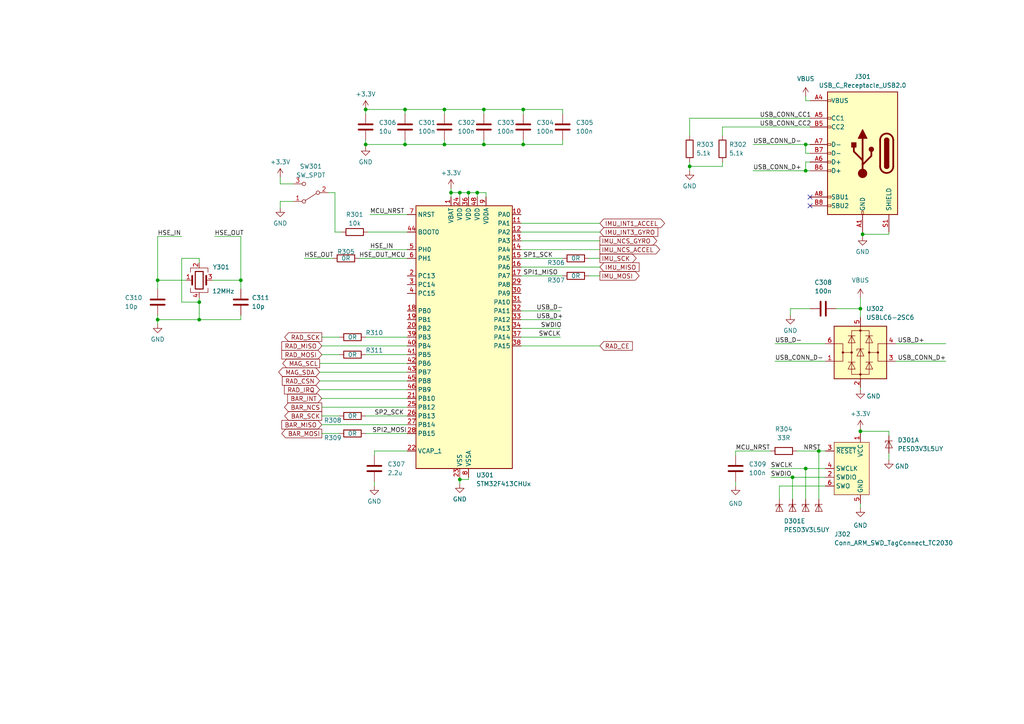
<source format=kicad_sch>
(kicad_sch (version 20230121) (generator eeschema)
  (paper "A4")
  (lib_symbols
    (symbol "Connector:Conn_ARM_SWD_TagConnect_TC2030" (in_bom no)
      (property "Reference" "J" (at 2.54 11.43 0))
      (property "Value" "Conn_ARM_SWD_TagConnect_TC2030" (at 5.08 8.89 0))
      (symbol "Conn_ARM_SWD_TagConnect_TC2030_0_0"
        (pin power_in line (at -2.54 10.16 270) (length 2.54) (name "VCC") (number "1"))
        (pin bidirectional line (at 7.62 -2.54 180) (length 2.54) (name "SWDIO") (number "2"))
        (pin open_collector line (at 7.62 5.08 180) (length 2.54) (name "~{RESET}") (number "3"))
        (pin output line (at 7.62 0 180) (length 2.54) (name "SWCLK") (number "4"))
        (pin power_in line (at -2.54 -10.16 90) (length 2.54) (name "GND") (number "5"))
        (pin input line (at 7.62 -5.08 180) (length 2.54) (name "SWO") (number "6"))
      )
      (symbol "Conn_ARM_SWD_TagConnect_TC2030_0_1"
        (rectangle (start -5.08 7.62) (end 5.08 -7.62) (fill (type background)))
      )
    )
    (symbol "Connector:USB_C_Receptacle_USB2.0" (pin_names (offset 1.016))
      (property "Reference" "J" (at -10.16 19.05 0))
      (property "Value" "USB_C_Receptacle_USB2.0" (at 19.05 19.05 0))
      (symbol "USB_C_Receptacle_USB2.0_0_0"
        (rectangle (start -0.254 -17.78) (end 0.254 -16.764))
        (rectangle (start 10.16 -14.986) (end 9.144 -15.494))
        (rectangle (start 10.16 -12.446) (end 9.144 -12.954))
        (rectangle (start 10.16 -4.826) (end 9.144 -5.334))
        (rectangle (start 10.16 -2.286) (end 9.144 -2.794))
        (rectangle (start 10.16 0.254) (end 9.144 -0.254))
        (rectangle (start 10.16 2.794) (end 9.144 2.286))
        (rectangle (start 10.16 7.874) (end 9.144 7.366))
        (rectangle (start 10.16 10.414) (end 9.144 9.906))
        (rectangle (start 10.16 15.494) (end 9.144 14.986))
      )
      (symbol "USB_C_Receptacle_USB2.0_0_1"
        (rectangle (start -10.16 17.78) (end 10.16 -17.78) (stroke (width 0.254)) (fill (type background)))
        (arc (start -8.89 -3.81) (mid -6.985 -5.7067) (end -5.08 -3.81) (stroke (width 0.508)))
        (arc (start -7.62 -3.81) (mid -6.985 -4.4423) (end -6.35 -3.81) (stroke (width 0.254)))
        (arc (start -7.62 -3.81) (mid -6.985 -4.4423) (end -6.35 -3.81) (stroke (width 0.254)) (fill (type outline)))
        (rectangle (start -7.62 -3.81) (end -6.35 3.81) (stroke (width 0.254)) (fill (type outline)))
        (arc (start -6.35 3.81) (mid -6.985 4.4423) (end -7.62 3.81) (stroke (width 0.254)))
        (arc (start -6.35 3.81) (mid -6.985 4.4423) (end -7.62 3.81) (stroke (width 0.254)) (fill (type outline)))
        (arc (start -5.08 3.81) (mid -6.985 5.7067) (end -8.89 3.81) (stroke (width 0.508)))
        (circle (center -2.54 1.143) (radius 0.635) (stroke (width 0.254)) (fill (type outline)))
        (circle (center 0 -5.842) (radius 1.27) (fill (type outline)))
        (polyline (pts (xy -8.89 -3.81) (xy -8.89 3.81)) (stroke (width 0.508)))
        (polyline (pts (xy -5.08 3.81) (xy -5.08 -3.81)) (stroke (width 0.508)))
        (polyline (pts (xy 0 -5.842) (xy 0 4.318)) (stroke (width 0.508)))
        (polyline (pts (xy 0 -3.302) (xy -2.54 -0.762) (xy -2.54 0.508)) (stroke (width 0.508)))
        (polyline (pts (xy 0 -2.032) (xy 2.54 0.508) (xy 2.54 1.778)) (stroke (width 0.508)))
        (polyline (pts (xy -1.27 4.318) (xy 0 6.858) (xy 1.27 4.318) (xy -1.27 4.318)) (stroke (width 0.254)) (fill (type outline)))
        (rectangle (start 1.905 1.778) (end 3.175 3.048) (stroke (width 0.254)) (fill (type outline)))
      )
      (symbol "USB_C_Receptacle_USB2.0_1_1"
        (pin passive line (at 0 -22.86 90) (length 5.08) (name "GND") (number "A1"))
        (pin passive line (at 0 -22.86 90) (length 5.08) hide (name "GND") (number "A12"))
        (pin passive line (at 15.24 15.24 180) (length 5.08) (name "VBUS") (number "A4"))
        (pin bidirectional line (at 15.24 10.16 180) (length 5.08) (name "CC1") (number "A5"))
        (pin bidirectional line (at 15.24 -2.54 180) (length 5.08) (name "D+") (number "A6"))
        (pin bidirectional line (at 15.24 2.54 180) (length 5.08) (name "D-") (number "A7"))
        (pin bidirectional line (at 15.24 -12.7 180) (length 5.08) (name "SBU1") (number "A8"))
        (pin passive line (at 15.24 15.24 180) (length 5.08) hide (name "VBUS") (number "A9"))
        (pin passive line (at 0 -22.86 90) (length 5.08) hide (name "GND") (number "B1"))
        (pin passive line (at 0 -22.86 90) (length 5.08) hide (name "GND") (number "B12"))
        (pin passive line (at 15.24 15.24 180) (length 5.08) hide (name "VBUS") (number "B4"))
        (pin bidirectional line (at 15.24 7.62 180) (length 5.08) (name "CC2") (number "B5"))
        (pin bidirectional line (at 15.24 -5.08 180) (length 5.08) (name "D+") (number "B6"))
        (pin bidirectional line (at 15.24 0 180) (length 5.08) (name "D-") (number "B7"))
        (pin bidirectional line (at 15.24 -15.24 180) (length 5.08) (name "SBU2") (number "B8"))
        (pin passive line (at 15.24 15.24 180) (length 5.08) hide (name "VBUS") (number "B9"))
        (pin passive line (at -7.62 -22.86 90) (length 5.08) (name "SHIELD") (number "S1"))
      )
    )
    (symbol "Device:C" (pin_numbers hide) (pin_names (offset 0.254))
      (property "Reference" "C" (at 0.635 2.54 0))
      (property "Value" "C" (at 0.635 -2.54 0))
      (symbol "C_0_1"
        (polyline (pts (xy -2.032 -0.762) (xy 2.032 -0.762)) (stroke (width 0.508)))
        (polyline (pts (xy -2.032 0.762) (xy 2.032 0.762)) (stroke (width 0.508)))
      )
      (symbol "C_1_1"
        (pin passive line (at 0 3.81 270) (length 2.794) (name "~") (number "1"))
        (pin passive line (at 0 -3.81 90) (length 2.794) (name "~") (number "2"))
      )
    )
    (symbol "Device:Crystal_GND24" (pin_names (offset 1.016) hide)
      (property "Reference" "Y" (at 3.175 5.08 0))
      (property "Value" "Crystal_GND24" (at 3.175 3.175 0))
      (symbol "Crystal_GND24_0_1"
        (rectangle (start -1.143 2.54) (end 1.143 -2.54) (stroke (width 0.3048)))
        (polyline (pts (xy -2.54 0) (xy -2.032 0)))
        (polyline (pts (xy -2.032 -1.27) (xy -2.032 1.27)) (stroke (width 0.508)))
        (polyline (pts (xy 0 -3.81) (xy 0 -3.556)))
        (polyline (pts (xy 0 3.556) (xy 0 3.81)))
        (polyline (pts (xy 2.032 -1.27) (xy 2.032 1.27)) (stroke (width 0.508)))
        (polyline (pts (xy 2.032 0) (xy 2.54 0)))
        (polyline (pts (xy -2.54 -2.286) (xy -2.54 -3.556) (xy 2.54 -3.556) (xy 2.54 -2.286)))
        (polyline (pts (xy -2.54 2.286) (xy -2.54 3.556) (xy 2.54 3.556) (xy 2.54 2.286)))
      )
      (symbol "Crystal_GND24_1_1"
        (pin passive line (at -3.81 0 0) (length 1.27) (name "1") (number "1"))
        (pin passive line (at 0 5.08 270) (length 1.27) (name "2") (number "2"))
        (pin passive line (at 3.81 0 180) (length 1.27) (name "3") (number "3"))
        (pin passive line (at 0 -5.08 90) (length 1.27) (name "4") (number "4"))
      )
    )
    (symbol "Device:R" (pin_numbers hide) (pin_names (offset 0))
      (property "Reference" "R" (at 2.032 0 90))
      (property "Value" "R" (at 0 0 90))
      (symbol "R_0_1"
        (rectangle (start -1.016 -2.54) (end 1.016 2.54) (stroke (width 0.254)))
      )
      (symbol "R_1_1"
        (pin passive line (at 0 3.81 270) (length 1.27) (name "~") (number "1"))
        (pin passive line (at 0 -3.81 90) (length 1.27) (name "~") (number "2"))
      )
    )
    (symbol "MCU_ST_STM32F4:STM32F413CHUx"
      (property "Reference" "U" (at -12.7 39.37 0))
      (property "Value" "STM32F413CHUx" (at 10.16 39.37 0))
      (symbol "STM32F413CHUx_0_1"
        (rectangle (start -12.7 -38.1) (end 15.24 38.1) (stroke (width 0.254)) (fill (type background)))
      )
      (symbol "STM32F413CHUx_1_1"
        (pin power_in line (at -2.54 40.64 270) (length 2.54) (name "VBAT") (number "1"))
        (pin bidirectional line (at 17.78 35.56 180) (length 2.54) (name "PA0") (number "10"))
        (pin bidirectional line (at 17.78 33.02 180) (length 2.54) (name "PA1") (number "11"))
        (pin bidirectional line (at 17.78 30.48 180) (length 2.54) (name "PA2") (number "12"))
        (pin bidirectional line (at 17.78 27.94 180) (length 2.54) (name "PA3") (number "13"))
        (pin bidirectional line (at 17.78 25.4 180) (length 2.54) (name "PA4") (number "14"))
        (pin bidirectional line (at 17.78 22.86 180) (length 2.54) (name "PA5") (number "15"))
        (pin bidirectional line (at 17.78 20.32 180) (length 2.54) (name "PA6") (number "16"))
        (pin bidirectional line (at 17.78 17.78 180) (length 2.54) (name "PA7") (number "17"))
        (pin bidirectional line (at -15.24 7.62 0) (length 2.54) (name "PB0") (number "18"))
        (pin bidirectional line (at -15.24 5.08 0) (length 2.54) (name "PB1") (number "19"))
        (pin bidirectional line (at -15.24 17.78 0) (length 2.54) (name "PC13") (number "2"))
        (pin bidirectional line (at -15.24 2.54 0) (length 2.54) (name "PB2") (number "20"))
        (pin bidirectional line (at -15.24 -17.78 0) (length 2.54) (name "PB10") (number "21"))
        (pin power_out line (at -15.24 -33.02 0) (length 2.54) (name "VCAP_1") (number "22"))
        (pin power_in line (at 0 -40.64 90) (length 2.54) (name "VSS") (number "23"))
        (pin power_in line (at 0 40.64 270) (length 2.54) (name "VDD") (number "24"))
        (pin bidirectional line (at -15.24 -20.32 0) (length 2.54) (name "PB12") (number "25"))
        (pin bidirectional line (at -15.24 -22.86 0) (length 2.54) (name "PB13") (number "26"))
        (pin bidirectional line (at -15.24 -25.4 0) (length 2.54) (name "PB14") (number "27"))
        (pin bidirectional line (at -15.24 -27.94 0) (length 2.54) (name "PB15") (number "28"))
        (pin bidirectional line (at 17.78 15.24 180) (length 2.54) (name "PA8") (number "29"))
        (pin bidirectional line (at -15.24 15.24 0) (length 2.54) (name "PC14") (number "3"))
        (pin bidirectional line (at 17.78 12.7 180) (length 2.54) (name "PA9") (number "30"))
        (pin bidirectional line (at 17.78 10.16 180) (length 2.54) (name "PA10") (number "31"))
        (pin bidirectional line (at 17.78 7.62 180) (length 2.54) (name "PA11") (number "32"))
        (pin bidirectional line (at 17.78 5.08 180) (length 2.54) (name "PA12") (number "33"))
        (pin bidirectional line (at 17.78 2.54 180) (length 2.54) (name "PA13") (number "34"))
        (pin passive line (at 0 -40.64 90) (length 2.54) hide (name "VSS") (number "35"))
        (pin power_in line (at 2.54 40.64 270) (length 2.54) (name "VDD") (number "36"))
        (pin bidirectional line (at 17.78 0 180) (length 2.54) (name "PA14") (number "37"))
        (pin bidirectional line (at 17.78 -2.54 180) (length 2.54) (name "PA15") (number "38"))
        (pin bidirectional line (at -15.24 0 0) (length 2.54) (name "PB3") (number "39"))
        (pin bidirectional line (at -15.24 12.7 0) (length 2.54) (name "PC15") (number "4"))
        (pin bidirectional line (at -15.24 -2.54 0) (length 2.54) (name "PB4") (number "40"))
        (pin bidirectional line (at -15.24 -5.08 0) (length 2.54) (name "PB5") (number "41"))
        (pin bidirectional line (at -15.24 -7.62 0) (length 2.54) (name "PB6") (number "42"))
        (pin bidirectional line (at -15.24 -10.16 0) (length 2.54) (name "PB7") (number "43"))
        (pin input line (at -15.24 30.48 0) (length 2.54) (name "BOOT0") (number "44"))
        (pin bidirectional line (at -15.24 -12.7 0) (length 2.54) (name "PB8") (number "45"))
        (pin bidirectional line (at -15.24 -15.24 0) (length 2.54) (name "PB9") (number "46"))
        (pin passive line (at 0 -40.64 90) (length 2.54) hide (name "VSS") (number "47"))
        (pin power_in line (at 5.08 40.64 270) (length 2.54) (name "VDD") (number "48"))
        (pin passive line (at 0 -40.64 90) (length 2.54) hide (name "VSS") (number "49"))
        (pin bidirectional line (at -15.24 25.4 0) (length 2.54) (name "PH0") (number "5"))
        (pin bidirectional line (at -15.24 22.86 0) (length 2.54) (name "PH1") (number "6"))
        (pin input line (at -15.24 35.56 0) (length 2.54) (name "NRST") (number "7"))
        (pin power_in line (at 2.54 -40.64 90) (length 2.54) (name "VSSA") (number "8"))
        (pin power_in line (at 7.62 40.64 270) (length 2.54) (name "VDDA") (number "9"))
      )
    )
    (symbol "Power_Protection:PESD3V3L5UY" (pin_numbers hide) (pin_names hide)
      (property "Reference" "D" (at 0 2.54 0))
      (property "Value" "PESD3V3L5UY" (at 0 -2.54 0))
      (symbol "PESD3V3L5UY_0_1"
        (polyline (pts (xy -1.016 0) (xy 1.016 0)))
        (polyline (pts (xy -1.016 1.016) (xy -1.016 -1.016) (xy -0.508 -1.016)))
        (polyline (pts (xy 1.016 1.016) (xy -1.016 0) (xy 1.016 -1.016) (xy 1.016 1.016)))
      )
      (symbol "PESD3V3L5UY_1_1"
        (pin passive line (at -2.54 0 0) (length 2.54) (name "K1") (number "1"))
        (pin passive line (at 2.54 0 180) (length 2.54) (name "A") (number "2"))
      )
      (symbol "PESD3V3L5UY_2_1"
        (pin passive line (at -2.54 0 0) (length 2.54) (name "K2") (number "3"))
      )
      (symbol "PESD3V3L5UY_3_1"
        (pin passive line (at -2.54 0 0) (length 2.54) (name "K3") (number "4"))
      )
      (symbol "PESD3V3L5UY_4_1"
        (pin passive line (at -2.54 0 0) (length 2.54) (name "K4") (number "5"))
      )
      (symbol "PESD3V3L5UY_5_1"
        (pin passive line (at -2.54 0 0) (length 2.54) (name "K5") (number "6"))
      )
    )
    (symbol "Power_Protection:USBLC6-2SC6" (pin_names hide)
      (property "Reference" "U" (at 2.54 8.89 0))
      (property "Value" "USBLC6-2SC6" (at 2.54 -8.89 0))
      (symbol "USBLC6-2SC6_0_1"
        (rectangle (start -7.62 -7.62) (end 7.62 7.62) (stroke (width 0.254)) (fill (type background)))
        (circle (center -5.08 0) (radius 0.254) (fill (type outline)))
        (circle (center -2.54 0) (radius 0.254) (fill (type outline)))
        (rectangle (start -2.54 6.35) (end 2.54 -6.35))
        (circle (center 0 -6.35) (radius 0.254) (fill (type outline)))
        (polyline (pts (xy -5.08 -2.54) (xy -7.62 -2.54)))
        (polyline (pts (xy -5.08 0) (xy -5.08 -2.54)))
        (polyline (pts (xy -5.08 2.54) (xy -7.62 2.54)))
        (polyline (pts (xy -1.524 -2.794) (xy -3.556 -2.794)))
        (polyline (pts (xy -1.524 4.826) (xy -3.556 4.826)))
        (polyline (pts (xy 0 -7.62) (xy 0 -6.35)))
        (polyline (pts (xy 0 -6.35) (xy 0 1.27)))
        (polyline (pts (xy 0 1.27) (xy 0 6.35)))
        (polyline (pts (xy 0 6.35) (xy 0 7.62)))
        (polyline (pts (xy 1.524 -2.794) (xy 3.556 -2.794)))
        (polyline (pts (xy 1.524 4.826) (xy 3.556 4.826)))
        (polyline (pts (xy 5.08 -2.54) (xy 7.62 -2.54)))
        (polyline (pts (xy 5.08 0) (xy 5.08 -2.54)))
        (polyline (pts (xy 5.08 2.54) (xy 7.62 2.54)))
        (polyline (pts (xy -2.54 0) (xy -5.08 0) (xy -5.08 2.54)))
        (polyline (pts (xy 2.54 0) (xy 5.08 0) (xy 5.08 2.54)))
        (polyline (pts (xy -3.556 -4.826) (xy -1.524 -4.826) (xy -2.54 -2.794) (xy -3.556 -4.826)))
        (polyline (pts (xy -3.556 2.794) (xy -1.524 2.794) (xy -2.54 4.826) (xy -3.556 2.794)))
        (polyline (pts (xy -1.016 -1.016) (xy 1.016 -1.016) (xy 0 1.016) (xy -1.016 -1.016)))
        (polyline (pts (xy 1.016 1.016) (xy 0.762 1.016) (xy -1.016 1.016) (xy -1.016 0.508)))
        (polyline (pts (xy 3.556 -4.826) (xy 1.524 -4.826) (xy 2.54 -2.794) (xy 3.556 -4.826)))
        (polyline (pts (xy 3.556 2.794) (xy 1.524 2.794) (xy 2.54 4.826) (xy 3.556 2.794)))
        (circle (center 0 6.35) (radius 0.254) (fill (type outline)))
        (circle (center 2.54 0) (radius 0.254) (fill (type outline)))
        (circle (center 5.08 0) (radius 0.254) (fill (type outline)))
      )
      (symbol "USBLC6-2SC6_1_1"
        (pin passive line (at -10.16 -2.54 0) (length 2.54) (name "I/O1") (number "1"))
        (pin passive line (at 0 -10.16 90) (length 2.54) (name "GND") (number "2"))
        (pin passive line (at 10.16 -2.54 180) (length 2.54) (name "I/O2") (number "3"))
        (pin passive line (at 10.16 2.54 180) (length 2.54) (name "I/O2") (number "4"))
        (pin passive line (at 0 10.16 270) (length 2.54) (name "VBUS") (number "5"))
        (pin passive line (at -10.16 2.54 0) (length 2.54) (name "I/O1") (number "6"))
      )
    )
    (symbol "Switch:SW_SPDT" (pin_names (offset 0) hide)
      (property "Reference" "SW" (at 0 4.318 0))
      (property "Value" "SW_SPDT" (at 0 -5.08 0))
      (symbol "SW_SPDT_0_0"
        (circle (center -2.032 0) (radius 0.508))
        (circle (center 2.032 -2.54) (radius 0.508))
      )
      (symbol "SW_SPDT_0_1"
        (polyline (pts (xy -1.524 0.254) (xy 1.651 2.286)))
        (circle (center 2.032 2.54) (radius 0.508))
      )
      (symbol "SW_SPDT_1_1"
        (pin passive line (at 5.08 2.54 180) (length 2.54) (name "A") (number "1"))
        (pin passive line (at -5.08 0 0) (length 2.54) (name "B") (number "2"))
        (pin passive line (at 5.08 -2.54 180) (length 2.54) (name "C") (number "3"))
      )
    )
    (symbol "power:+3.3V" (power) (pin_names (offset 0))
      (property "Value" "+3.3V" (at 0 3.556 0))
      (symbol "+3.3V_0_1"
        (polyline (pts (xy -0.762 1.27) (xy 0 2.54)))
        (polyline (pts (xy 0 0) (xy 0 2.54)))
        (polyline (pts (xy 0 2.54) (xy 0.762 1.27)))
      )
      (symbol "+3.3V_1_1"
        (pin power_in line (at 0 0 90) (length 0) hide (name "+3.3V") (number "1"))
      )
    )
    (symbol "power:GND" (power) (pin_names (offset 0))
      (property "Value" "GND" (at 0 -3.81 0))
      (symbol "GND_0_1"
        (polyline (pts (xy 0 0) (xy 0 -1.27) (xy 1.27 -1.27) (xy 0 -2.54) (xy -1.27 -1.27) (xy 0 -1.27)))
      )
      (symbol "GND_1_1"
        (pin power_in line (at 0 0 270) (length 0) hide (name "GND") (number "1"))
      )
    )
    (symbol "power:VBUS" (power) (pin_names (offset 0))
      (property "Value" "VBUS" (at 0 3.81 0))
      (symbol "VBUS_0_1"
        (polyline (pts (xy -0.762 1.27) (xy 0 2.54)))
        (polyline (pts (xy 0 0) (xy 0 2.54)))
        (polyline (pts (xy 0 2.54) (xy 0.762 1.27)))
      )
      (symbol "VBUS_1_1"
        (pin power_in line (at 0 0 90) (length 0) hide (name "VBUS") (number "1"))
      )
    )
  )
  (junction (at 135.89 55.88))
  (junction (at 45.72 81.28))
  (junction (at 233.68 41.91))
  (junction (at 151.765 41.91))
  (junction (at 128.905 31.75))
  (junction (at 249.555 125.095))
  (junction (at 133.35 139.065))
  (junction (at 140.335 31.75))
  (junction (at 133.35 55.88))
  (junction (at 233.68 135.89))
  (junction (at 233.68 49.53))
  (junction (at 151.765 31.75))
  (junction (at 237.49 130.81))
  (junction (at 249.555 89.535))
  (junction (at 138.43 55.88))
  (junction (at 106.045 41.91))
  (junction (at 140.335 41.91))
  (junction (at 117.475 31.75))
  (junction (at 128.905 41.91))
  (junction (at 45.72 92.71))
  (junction (at 69.85 81.28))
  (junction (at 200.025 48.26))
  (junction (at 250.19 67.945))
  (junction (at 229.87 138.43))
  (junction (at 130.81 55.88))
  (junction (at 57.785 92.71))
  (junction (at 106.045 31.75))
  (junction (at 117.475 41.91))
  (junction (at 57.785 87.63))
  (no_connect (at 234.95 59.69))
  (no_connect (at 234.95 57.15))
  (wire (pts (xy 45.72 91.44) (xy 45.72 92.71)))
  (wire (pts (xy 163.195 40.64) (xy 163.195 41.91)))
  (wire (pts (xy 93.345 100.33) (xy 118.11 100.33)))
  (wire (pts (xy 213.36 130.81) (xy 213.36 132.08)))
  (wire (pts (xy 92.71 107.95) (xy 118.11 107.95)))
  (wire (pts (xy 151.13 100.33) (xy 173.99 100.33)))
  (wire (pts (xy 259.715 99.695) (xy 274.32 99.695)))
  (wire (pts (xy 93.345 115.57) (xy 118.11 115.57)))
  (wire (pts (xy 213.36 139.7) (xy 213.36 140.97)))
  (wire (pts (xy 106.045 125.73) (xy 118.11 125.73)))
  (wire (pts (xy 140.335 31.75) (xy 140.335 33.02)))
  (wire (pts (xy 257.81 131.445) (xy 257.81 133.35)))
  (wire (pts (xy 97.155 67.31) (xy 99.06 67.31)))
  (wire (pts (xy 128.905 31.75) (xy 128.905 33.02)))
  (wire (pts (xy 233.68 29.21) (xy 233.68 27.94)))
  (wire (pts (xy 249.555 146.05) (xy 249.555 147.32)))
  (wire (pts (xy 128.905 41.91) (xy 117.475 41.91)))
  (wire (pts (xy 259.715 104.775) (xy 274.32 104.775)))
  (wire (pts (xy 151.13 64.77) (xy 173.99 64.77)))
  (wire (pts (xy 229.87 138.43) (xy 229.87 144.78)))
  (wire (pts (xy 249.555 125.095) (xy 257.81 125.095)))
  (wire (pts (xy 57.785 87.63) (xy 57.785 92.71)))
  (wire (pts (xy 257.81 67.31) (xy 257.81 67.945)))
  (wire (pts (xy 45.72 81.28) (xy 45.72 68.58)))
  (wire (pts (xy 151.13 72.39) (xy 173.99 72.39)))
  (wire (pts (xy 52.705 87.63) (xy 57.785 87.63)))
  (wire (pts (xy 106.045 120.65) (xy 118.11 120.65)))
  (wire (pts (xy 106.045 41.91) (xy 106.045 42.545)))
  (wire (pts (xy 106.045 31.75) (xy 117.475 31.75)))
  (wire (pts (xy 45.72 83.82) (xy 45.72 81.28)))
  (wire (pts (xy 57.785 86.36) (xy 57.785 87.63)))
  (wire (pts (xy 233.68 135.89) (xy 233.68 144.78)))
  (wire (pts (xy 45.72 92.71) (xy 45.72 93.98)))
  (wire (pts (xy 138.43 55.88) (xy 138.43 57.15)))
  (wire (pts (xy 81.28 58.42) (xy 81.28 60.325)))
  (wire (pts (xy 229.235 89.535) (xy 234.95 89.535)))
  (wire (pts (xy 93.345 125.73) (xy 98.425 125.73)))
  (wire (pts (xy 151.13 69.85) (xy 173.99 69.85)))
  (wire (pts (xy 209.55 46.99) (xy 209.55 48.26)))
  (wire (pts (xy 223.52 135.89) (xy 233.68 135.89)))
  (wire (pts (xy 107.315 62.23) (xy 118.11 62.23)))
  (wire (pts (xy 200.025 34.29) (xy 234.95 34.29)))
  (wire (pts (xy 151.765 40.64) (xy 151.765 41.91)))
  (wire (pts (xy 233.68 44.45) (xy 233.68 41.91)))
  (wire (pts (xy 85.09 58.42) (xy 81.28 58.42)))
  (wire (pts (xy 57.785 74.93) (xy 52.705 74.93)))
  (wire (pts (xy 92.71 105.41) (xy 118.11 105.41)))
  (wire (pts (xy 128.905 31.75) (xy 140.335 31.75)))
  (wire (pts (xy 69.85 68.58) (xy 69.85 81.28)))
  (wire (pts (xy 151.13 67.31) (xy 173.99 67.31)))
  (wire (pts (xy 93.345 97.79) (xy 98.425 97.79)))
  (wire (pts (xy 138.43 55.88) (xy 140.97 55.88)))
  (wire (pts (xy 45.72 81.28) (xy 53.975 81.28)))
  (wire (pts (xy 130.81 55.88) (xy 133.35 55.88)))
  (wire (pts (xy 151.13 95.25) (xy 162.56 95.25)))
  (wire (pts (xy 57.785 92.71) (xy 45.72 92.71)))
  (wire (pts (xy 249.555 86.36) (xy 249.555 89.535)))
  (wire (pts (xy 133.35 138.43) (xy 133.35 139.065)))
  (wire (pts (xy 151.13 80.01) (xy 163.195 80.01)))
  (wire (pts (xy 104.14 74.93) (xy 118.11 74.93)))
  (wire (pts (xy 242.57 89.535) (xy 249.555 89.535)))
  (wire (pts (xy 93.345 120.65) (xy 98.425 120.65)))
  (wire (pts (xy 81.28 53.34) (xy 81.28 51.435)))
  (wire (pts (xy 200.025 46.99) (xy 200.025 48.26)))
  (wire (pts (xy 200.025 48.26) (xy 200.025 49.53)))
  (wire (pts (xy 108.585 132.08) (xy 108.585 130.81)))
  (wire (pts (xy 170.815 80.01) (xy 173.99 80.01)))
  (wire (pts (xy 135.89 55.88) (xy 138.43 55.88)))
  (wire (pts (xy 250.19 67.31) (xy 250.19 67.945)))
  (wire (pts (xy 107.315 72.39) (xy 118.11 72.39)))
  (wire (pts (xy 234.95 46.99) (xy 233.68 46.99)))
  (wire (pts (xy 69.85 92.71) (xy 57.785 92.71)))
  (wire (pts (xy 135.89 138.43) (xy 135.89 139.065)))
  (wire (pts (xy 163.195 31.75) (xy 163.195 33.02)))
  (wire (pts (xy 130.81 54.61) (xy 130.81 55.88)))
  (wire (pts (xy 57.785 76.2) (xy 57.785 74.93)))
  (wire (pts (xy 151.13 92.71) (xy 162.56 92.71)))
  (wire (pts (xy 257.81 125.095) (xy 257.81 126.365)))
  (wire (pts (xy 135.89 139.065) (xy 133.35 139.065)))
  (wire (pts (xy 234.95 44.45) (xy 233.68 44.45)))
  (wire (pts (xy 229.235 91.44) (xy 229.235 89.535)))
  (wire (pts (xy 117.475 31.75) (xy 128.905 31.75)))
  (wire (pts (xy 45.72 68.58) (xy 52.705 68.58)))
  (wire (pts (xy 151.13 90.17) (xy 162.56 90.17)))
  (wire (pts (xy 133.35 139.065) (xy 133.35 140.335)))
  (wire (pts (xy 135.89 55.88) (xy 135.89 57.15)))
  (wire (pts (xy 106.045 40.64) (xy 106.045 41.91)))
  (wire (pts (xy 93.345 118.11) (xy 118.11 118.11)))
  (wire (pts (xy 97.155 55.88) (xy 97.155 67.31)))
  (wire (pts (xy 140.335 41.91) (xy 128.905 41.91)))
  (wire (pts (xy 88.265 74.93) (xy 96.52 74.93)))
  (wire (pts (xy 108.585 130.81) (xy 118.11 130.81)))
  (wire (pts (xy 69.85 81.28) (xy 61.595 81.28)))
  (wire (pts (xy 234.95 29.21) (xy 233.68 29.21)))
  (wire (pts (xy 133.35 55.88) (xy 133.35 57.15)))
  (wire (pts (xy 209.55 36.83) (xy 234.95 36.83)))
  (wire (pts (xy 226.06 140.97) (xy 239.395 140.97)))
  (wire (pts (xy 218.44 41.91) (xy 233.68 41.91)))
  (wire (pts (xy 224.79 99.695) (xy 239.395 99.695)))
  (wire (pts (xy 200.025 34.29) (xy 200.025 39.37)))
  (wire (pts (xy 69.85 83.82) (xy 69.85 81.28)))
  (wire (pts (xy 218.44 49.53) (xy 233.68 49.53)))
  (wire (pts (xy 226.06 140.97) (xy 226.06 144.78)))
  (wire (pts (xy 140.335 40.64) (xy 140.335 41.91)))
  (wire (pts (xy 106.68 67.31) (xy 118.11 67.31)))
  (wire (pts (xy 92.71 113.03) (xy 118.11 113.03)))
  (wire (pts (xy 92.71 110.49) (xy 118.11 110.49)))
  (wire (pts (xy 233.68 46.99) (xy 233.68 49.53)))
  (wire (pts (xy 257.81 67.945) (xy 250.19 67.945)))
  (wire (pts (xy 223.52 138.43) (xy 229.87 138.43)))
  (wire (pts (xy 231.14 130.81) (xy 237.49 130.81)))
  (wire (pts (xy 106.045 102.87) (xy 118.11 102.87)))
  (wire (pts (xy 209.55 48.26) (xy 200.025 48.26)))
  (wire (pts (xy 133.35 55.88) (xy 135.89 55.88)))
  (wire (pts (xy 250.19 67.945) (xy 250.19 68.58)))
  (wire (pts (xy 249.555 112.395) (xy 249.555 113.03)))
  (wire (pts (xy 237.49 130.81) (xy 237.49 144.78)))
  (wire (pts (xy 151.13 97.79) (xy 162.56 97.79)))
  (wire (pts (xy 140.335 31.75) (xy 151.765 31.75)))
  (wire (pts (xy 163.195 41.91) (xy 151.765 41.91)))
  (wire (pts (xy 117.475 40.64) (xy 117.475 41.91)))
  (wire (pts (xy 249.555 89.535) (xy 249.555 92.075)))
  (wire (pts (xy 140.97 55.88) (xy 140.97 57.15)))
  (wire (pts (xy 85.09 53.34) (xy 81.28 53.34)))
  (wire (pts (xy 93.345 123.19) (xy 118.11 123.19)))
  (wire (pts (xy 209.55 36.83) (xy 209.55 39.37)))
  (wire (pts (xy 130.81 55.88) (xy 130.81 57.15)))
  (wire (pts (xy 108.585 139.7) (xy 108.585 140.97)))
  (wire (pts (xy 237.49 130.81) (xy 239.395 130.81)))
  (wire (pts (xy 69.85 91.44) (xy 69.85 92.71)))
  (wire (pts (xy 93.345 102.87) (xy 98.425 102.87)))
  (wire (pts (xy 233.68 49.53) (xy 234.95 49.53)))
  (wire (pts (xy 223.52 130.81) (xy 213.36 130.81)))
  (wire (pts (xy 229.87 138.43) (xy 239.395 138.43)))
  (wire (pts (xy 233.68 41.91) (xy 234.95 41.91)))
  (wire (pts (xy 52.705 74.93) (xy 52.705 87.63)))
  (wire (pts (xy 170.815 74.93) (xy 173.99 74.93)))
  (wire (pts (xy 117.475 41.91) (xy 106.045 41.91)))
  (wire (pts (xy 106.045 97.79) (xy 118.11 97.79)))
  (wire (pts (xy 233.68 135.89) (xy 239.395 135.89)))
  (wire (pts (xy 151.13 77.47) (xy 173.99 77.47)))
  (wire (pts (xy 224.79 104.775) (xy 239.395 104.775)))
  (wire (pts (xy 62.23 68.58) (xy 69.85 68.58)))
  (wire (pts (xy 95.25 55.88) (xy 97.155 55.88)))
  (wire (pts (xy 151.13 74.93) (xy 163.195 74.93)))
  (wire (pts (xy 151.765 31.75) (xy 151.765 33.02)))
  (wire (pts (xy 151.765 31.75) (xy 163.195 31.75)))
  (wire (pts (xy 128.905 40.64) (xy 128.905 41.91)))
  (wire (pts (xy 151.765 41.91) (xy 140.335 41.91)))
  (wire (pts (xy 117.475 31.75) (xy 117.475 33.02)))
  (wire (pts (xy 106.045 33.02) (xy 106.045 31.75)))
  (wire (pts (xy 249.555 124.46) (xy 249.555 125.095)))
  (wire (pts (xy 249.555 125.095) (xy 249.555 125.73)))
  (label "SWDIO" (at 223.52 138.43 0))
  (label "USB_CONN_D+" (at 218.44 49.53 0))
  (label "SPI2_MOSI" (at 107.95 125.73 0))
  (label "HSE_OUT" (at 88.265 74.93 0))
  (label "USB_CONN_D-" (at 224.79 104.775 0))
  (label "HSE_OUT_MCU" (at 104.14 74.93 0))
  (label "SWCLK" (at 223.52 135.89 0))
  (label "SP1_SCK" (at 151.765 74.93 0))
  (label "USB_D-" (at 224.79 99.695 0))
  (label "USB_D-" (at 155.575 90.17 0))
  (label "SWCLK" (at 156.21 97.79 0))
  (label "USB_CONN_D-" (at 218.44 41.91 0))
  (label "USB_D+" (at 155.575 92.71 0))
  (label "HSE_IN" (at 107.315 72.39 0))
  (label "SWDIO" (at 156.845 95.25 0))
  (label "USB_CONN_CC1" (at 220.345 34.29 0))
  (label "MCU_NRST" (at 213.36 130.81 0))
  (label "HSE_IN" (at 45.72 68.58 0))
  (label "USB_D+" (at 260.35 99.695 0))
  (label "SPI1_MISO" (at 151.765 80.01 0))
  (label "USB_CONN_D+" (at 260.35 104.775 0))
  (label "HSE_OUT" (at 62.23 68.58 0))
  (label "SP2_SCK" (at 108.585 120.65 0))
  (label "USB_CONN_CC2" (at 220.345 36.83 0))
  (label "MCU_NRST" (at 107.315 62.23 0))
  (label "NRST" (at 233.045 130.81 0))
  (global_label "BAR_MOSI" (shape output) (at 93.345 125.73 180) (property "Intersheetrefs" "${INTERSHEET_REFS}" (effects hide)))
  (global_label "RAD_MOSI" (shape input) (at 93.345 102.87 180) (property "Intersheetrefs" "${INTERSHEET_REFS}" (effects hide)))
  (global_label "IMU_NCS_GYRO" (shape output) (at 173.99 69.85 0) (property "Intersheetrefs" "${INTERSHEET_REFS}" (effects hide)))
  (global_label "BAR_SCK" (shape output) (at 93.345 120.65 180) (property "Intersheetrefs" "${INTERSHEET_REFS}" (effects hide)))
  (global_label "MAG_SDA" (shape bidirectional) (at 92.71 107.95 180) (property "Intersheetrefs" "${INTERSHEET_REFS}" (effects hide)))
  (global_label "IMU_NCS_ACCEL" (shape output) (at 173.99 72.39 0) (property "Intersheetrefs" "${INTERSHEET_REFS}" (effects hide)))
  (global_label "BAR_INT" (shape input) (at 93.345 115.57 180) (property "Intersheetrefs" "${INTERSHEET_REFS}" (effects hide)))
  (global_label "RAD_IRQ" (shape input) (at 92.71 113.03 180) (property "Intersheetrefs" "${INTERSHEET_REFS}" (effects hide)))
  (global_label "IMU_SCK" (shape output) (at 173.99 74.93 0) (property "Intersheetrefs" "${INTERSHEET_REFS}" (effects hide)))
  (global_label "RAD_SCK" (shape output) (at 93.345 97.79 180) (property "Intersheetrefs" "${INTERSHEET_REFS}" (effects hide)))
  (global_label "IMU_MISO" (shape input) (at 173.99 77.47 0) (property "Intersheetrefs" "${INTERSHEET_REFS}" (effects hide)))
  (global_label "RAD_CE" (shape input) (at 173.99 100.33 0) (property "Intersheetrefs" "${INTERSHEET_REFS}" (effects hide)))
  (global_label "RAD_MISO" (shape input) (at 93.345 100.33 180) (property "Intersheetrefs" "${INTERSHEET_REFS}" (effects hide)))
  (global_label "BAR_MISO" (shape input) (at 93.345 123.19 180) (property "Intersheetrefs" "${INTERSHEET_REFS}" (effects hide)))
  (global_label "BAR_NCS" (shape output) (at 93.345 118.11 180) (property "Intersheetrefs" "${INTERSHEET_REFS}" (effects hide)))
  (global_label "RAD_CSN" (shape input) (at 92.71 110.49 180) (property "Intersheetrefs" "${INTERSHEET_REFS}" (effects hide)))
  (global_label "IMU_MOSI" (shape output) (at 173.99 80.01 0) (property "Intersheetrefs" "${INTERSHEET_REFS}" (effects hide)))
  (global_label "IMU_INT3_GYRO" (shape input) (at 173.99 67.31 0) (property "Intersheetrefs" "${INTERSHEET_REFS}" (effects hide)))
  (global_label "IMU_INT1_ACCEL" (shape bidirectional) (at 173.99 64.77 0) (property "Intersheetrefs" "${INTERSHEET_REFS}" (effects hide)))
  (global_label "MAG_SCL" (shape output) (at 92.71 105.41 180) (property "Intersheetrefs" "${INTERSHEET_REFS}" (effects hide)))
  (symbol (lib_id "Device:C") (at 163.195 36.83 0) (unit 1)
    (property "Reference" "C305" (at 167.005 35.56 0) (effects (justify left)))
    (property "Value" "100n" (at 167.005 38.1 0) (effects (justify left)))
  )
  (symbol (lib_id "power:+3.3V") (at 130.81 54.61 0) (unit 1)
    (property "Reference" "#PWR0304" (effects hide))
    (property "Value" "+3.3V" (at 130.81 50.165 0))
  )
  (symbol (lib_id "power:+3.3V") (at 81.28 51.435 0) (unit 1)
    (property "Reference" "#PWR0306" (effects hide))
    (property "Value" "+3.3V" (at 81.28 46.99 0))
  )
  (symbol (lib_id "power:GND") (at 45.72 93.98 0) (unit 1)
    (property "Reference" "#PWR0318" (effects hide))
    (property "Value" "GND" (at 45.72 98.425 0))
  )
  (symbol (lib_id "Device:R") (at 102.235 102.87 90) (unit 1)
    (property "Reference" "R311" (at 108.585 101.6 90))
    (property "Value" "0R" (at 102.235 102.87 90))
  )
  (symbol (lib_id "Device:Crystal_GND24") (at 57.785 81.28 0) (unit 1)
    (property "Reference" "Y301" (at 64.135 77.47 0))
    (property "Value" "12MHz" (at 64.77 84.455 0))
  )
  (symbol (lib_id "Device:C") (at 140.335 36.83 0) (unit 1)
    (property "Reference" "C303" (at 144.145 35.56 0) (effects (justify left)))
    (property "Value" "100n" (at 144.145 38.1 0) (effects (justify left)))
  )
  (symbol (lib_id "power:GND") (at 81.28 60.325 0) (unit 1)
    (property "Reference" "#PWR0305" (effects hide))
    (property "Value" "GND" (at 81.28 64.77 0))
  )
  (symbol (lib_id "power:GND") (at 133.35 140.335 0) (unit 1)
    (property "Reference" "#PWR0301" (effects hide))
    (property "Value" "GND" (at 133.35 144.78 0))
  )
  (symbol (lib_id "Connector:Conn_ARM_SWD_TagConnect_TC2030") (at 247.015 135.89 0) (mirror y) (unit 1) (in_bom no)
    (property "Reference" "J302" (at 241.935 154.94 0) (effects (justify right)))
    (property "Value" "Conn_ARM_SWD_TagConnect_TC2030" (at 241.935 157.48 0) (effects (justify right)))
    (property "Footprint" "Connector:Tag-Connect_TC2030-IDC-FP_2x03_P1.27mm_Vertical" (effects hide))
    (property "Datasheet" "https://www.tag-connect.com/wp-content/uploads/bsk-pdf-manager/TC2030-CTX_1.pdf" (effects hide))
  )
  (symbol (lib_id "Device:C") (at 108.585 135.89 0) (unit 1)
    (property "Reference" "C307" (at 112.395 134.62 0) (effects (justify left)))
    (property "Value" "2.2u" (at 112.395 137.16 0) (effects (justify left)))
  )
  (symbol (lib_id "power:GND") (at 106.045 42.545 0) (unit 1)
    (property "Reference" "#PWR0302" (effects hide))
    (property "Value" "GND" (at 106.045 46.99 0))
  )
  (symbol (lib_id "Device:C") (at 238.76 89.535 90) (unit 1)
    (property "Reference" "C308" (at 238.76 81.915 90))
    (property "Value" "100n" (at 238.76 84.455 90))
  )
  (symbol (lib_id "Power_Protection:USBLC6-2SC6") (at 249.555 102.235 0) (unit 1)
    (property "Reference" "U302" (at 251.2061 89.535 0) (effects (justify left)))
    (property "Value" "USBLC6-2SC6" (at 251.2061 92.075 0) (effects (justify left)))
    (property "Footprint" "Package_TO_SOT_SMD:SOT-23-6" (effects hide))
    (property "Datasheet" "https://www.st.com/resource/en/datasheet/usblc6-2.pdf" (effects hide))
  )
  (symbol (lib_id "Power_Protection:PESD3V3L5UY") (at 237.49 147.32 270) (unit 5)
    (property "Reference" "D301" (at 227.33 151.13 90) (effects (justify left)))
    (property "Value" "PESD3V3L5UY" (at 227.33 153.67 90) (effects (justify left)))
    (property "Footprint" "Package_TO_SOT_SMD:SOT-363_SC-70-6" (effects hide))
    (property "Datasheet" "https://assets.nexperia.com/documents/data-sheet/PESDXL5UF_V_Y.pdf" (effects hide))
  )
  (symbol (lib_id "Device:R") (at 167.005 74.93 90) (unit 1)
    (property "Reference" "R306" (at 161.29 76.2 90))
    (property "Value" "0R" (at 167.005 74.93 90))
  )
  (symbol (lib_id "Device:R") (at 227.33 130.81 90) (unit 1)
    (property "Reference" "R304" (at 227.33 124.46 90))
    (property "Value" "33R" (at 227.33 127 90))
  )
  (symbol (lib_id "Device:C") (at 45.72 87.63 0) (unit 1)
    (property "Reference" "C310" (at 36.195 86.36 0) (effects (justify left)))
    (property "Value" "10p" (at 36.195 88.9 0) (effects (justify left)))
  )
  (symbol (lib_id "MCU_ST_STM32F4:STM32F413CHUx") (at 133.35 97.79 0) (unit 1)
    (property "Reference" "U301" (at 138.0841 137.795 0) (effects (justify left)))
    (property "Value" "STM32F413CHUx" (at 138.0841 140.335 0) (effects (justify left)))
    (property "Footprint" "Package_DFN_QFN:QFN-48-1EP_7x7mm_P0.5mm_EP5.6x5.6mm" (effects hide))
    (property "Datasheet" "https://www.st.com/resource/en/datasheet/stm32f413ch.pdf" (effects hide))
  )
  (symbol (lib_id "Switch:SW_SPDT") (at 90.17 55.88 180) (unit 1)
    (property "Reference" "SW301" (at 90.17 48.26 0))
    (property "Value" "SW_SPDT" (at 90.17 50.8 0))
  )
  (symbol (lib_id "power:GND") (at 200.025 49.53 0) (unit 1)
    (property "Reference" "#PWR0310" (effects hide))
    (property "Value" "GND" (at 200.025 53.975 0))
  )
  (symbol (lib_id "Device:C") (at 151.765 36.83 0) (unit 1)
    (property "Reference" "C304" (at 155.575 35.56 0) (effects (justify left)))
    (property "Value" "100n" (at 155.575 38.1 0) (effects (justify left)))
  )
  (symbol (lib_id "Power_Protection:PESD3V3L5UY") (at 257.81 128.905 270) (unit 1)
    (property "Reference" "D301" (at 260.35 127.635 90) (effects (justify left)))
    (property "Value" "PESD3V3L5UY" (at 260.35 130.175 90) (effects (justify left)))
    (property "Footprint" "Package_TO_SOT_SMD:SOT-363_SC-70-6" (effects hide))
    (property "Datasheet" "https://assets.nexperia.com/documents/data-sheet/PESDXL5UF_V_Y.pdf" (effects hide))
  )
  (symbol (lib_id "power:GND") (at 108.585 140.97 0) (unit 1)
    (property "Reference" "#PWR0307" (effects hide))
    (property "Value" "GND" (at 108.585 145.415 0))
  )
  (symbol (lib_id "Device:R") (at 167.005 80.01 90) (unit 1)
    (property "Reference" "R307" (at 161.29 81.28 90))
    (property "Value" "0R" (at 167.005 80.01 90))
  )
  (symbol (lib_id "Power_Protection:PESD3V3L5UY") (at 226.06 147.32 270) (unit 2)
    (property "Reference" "D301" (effects hide))
    (property "Value" "PESD3V3L5UY" (effects hide))
    (property "Footprint" "Package_TO_SOT_SMD:SOT-363_SC-70-6" (effects hide))
    (property "Datasheet" "https://assets.nexperia.com/documents/data-sheet/PESDXL5UF_V_Y.pdf" (effects hide))
  )
  (symbol (lib_id "Device:R") (at 102.235 97.79 90) (unit 1)
    (property "Reference" "R310" (at 108.585 96.52 90))
    (property "Value" "0R" (at 102.235 97.79 90))
  )
  (symbol (lib_id "Device:R") (at 102.235 120.65 90) (unit 1)
    (property "Reference" "R308" (at 96.52 121.92 90))
    (property "Value" "0R" (at 102.235 120.65 90))
  )
  (symbol (lib_id "power:GND") (at 257.81 133.35 0) (unit 1)
    (property "Reference" "#PWR0317" (effects hide))
    (property "Value" "GND" (at 261.62 135.255 0))
  )
  (symbol (lib_id "Device:C") (at 106.045 36.83 0) (unit 1)
    (property "Reference" "C306" (at 109.855 35.56 0) (effects (justify left)))
    (property "Value" "10u" (at 109.855 38.1 0) (effects (justify left)))
  )
  (symbol (lib_id "Device:R") (at 100.33 74.93 90) (unit 1)
    (property "Reference" "R305" (at 100.33 73.025 90))
    (property "Value" "0R" (at 100.33 74.93 90))
  )
  (symbol (lib_id "Device:R") (at 102.87 67.31 90) (unit 1)
    (property "Reference" "R301" (at 102.87 62.23 90))
    (property "Value" "10k" (at 102.87 64.77 90))
  )
  (symbol (lib_id "Connector:USB_C_Receptacle_USB2.0") (at 250.19 44.45 0) (mirror y) (unit 1)
    (property "Reference" "J301" (at 250.19 22.225 0))
    (property "Value" "USB_C_Receptacle_USB2.0" (at 250.19 24.765 0))
    (property "Datasheet" "https://www.usb.org/sites/default/files/documents/usb_type-c.zip" (effects hide))
  )
  (symbol (lib_id "Power_Protection:PESD3V3L5UY") (at 233.68 147.32 270) (unit 4)
    (property "Reference" "D301" (effects hide))
    (property "Value" "PESD3V3L5UY" (effects hide))
    (property "Footprint" "Package_TO_SOT_SMD:SOT-363_SC-70-6" (effects hide))
    (property "Datasheet" "https://assets.nexperia.com/documents/data-sheet/PESDXL5UF_V_Y.pdf" (effects hide))
  )
  (symbol (lib_id "power:+3.3V") (at 249.555 124.46 0) (unit 1)
    (property "Reference" "#PWR0315" (effects hide))
    (property "Value" "+3.3V" (at 249.555 120.015 0))
  )
  (symbol (lib_id "power:GND") (at 249.555 147.32 0) (unit 1)
    (property "Reference" "#PWR0314" (effects hide))
    (property "Value" "GND" (at 249.555 152.4 0))
  )
  (symbol (lib_id "power:GND") (at 249.555 113.03 0) (unit 1)
    (property "Reference" "#PWR0313" (effects hide))
    (property "Value" "GND" (at 253.365 114.935 0))
  )
  (symbol (lib_id "power:GND") (at 229.235 91.44 0) (unit 1)
    (property "Reference" "#PWR0311" (effects hide))
    (property "Value" "GND" (at 229.235 95.885 0))
  )
  (symbol (lib_id "Power_Protection:PESD3V3L5UY") (at 229.87 147.32 270) (unit 3)
    (property "Reference" "D301" (effects hide))
    (property "Value" "PESD3V3L5UY" (effects hide))
    (property "Footprint" "Package_TO_SOT_SMD:SOT-363_SC-70-6" (effects hide))
    (property "Datasheet" "https://assets.nexperia.com/documents/data-sheet/PESDXL5UF_V_Y.pdf" (effects hide))
  )
  (symbol (lib_id "power:VBUS") (at 233.68 27.94 0) (unit 1)
    (property "Reference" "#PWR0308" (effects hide))
    (property "Value" "VBUS" (at 233.68 22.86 0))
  )
  (symbol (lib_id "Device:C") (at 117.475 36.83 0) (unit 1)
    (property "Reference" "C301" (at 121.285 35.56 0) (effects (justify left)))
    (property "Value" "100n" (at 121.285 38.1 0) (effects (justify left)))
  )
  (symbol (lib_id "Device:C") (at 213.36 135.89 0) (unit 1)
    (property "Reference" "C309" (at 217.17 134.62 0) (effects (justify left)))
    (property "Value" "100n" (at 217.17 137.16 0) (effects (justify left)))
  )
  (symbol (lib_id "power:GND") (at 213.36 140.97 0) (unit 1)
    (property "Reference" "#PWR0316" (effects hide))
    (property "Value" "GND" (at 213.36 146.05 0))
  )
  (symbol (lib_id "power:VBUS") (at 249.555 86.36 0) (unit 1)
    (property "Reference" "#PWR0312" (effects hide))
    (property "Value" "VBUS" (at 249.555 81.28 0))
  )
  (symbol (lib_id "Device:C") (at 69.85 87.63 0) (unit 1)
    (property "Reference" "C311" (at 73.025 86.36 0) (effects (justify left)))
    (property "Value" "10p" (at 73.025 88.9 0) (effects (justify left)))
  )
  (symbol (lib_id "Device:R") (at 200.025 43.18 0) (unit 1)
    (property "Reference" "R303" (at 201.93 41.91 0) (effects (justify left)))
    (property "Value" "5.1k" (at 201.93 44.45 0) (effects (justify left)))
  )
  (symbol (lib_id "power:GND") (at 250.19 68.58 0) (unit 1)
    (property "Reference" "#PWR0309" (effects hide))
    (property "Value" "GND" (at 250.19 73.025 0))
  )
  (symbol (lib_id "power:+3.3V") (at 106.045 31.75 0) (unit 1)
    (property "Reference" "#PWR0303" (effects hide))
    (property "Value" "+3.3V" (at 106.045 27.305 0))
  )
  (symbol (lib_id "Device:R") (at 209.55 43.18 0) (unit 1)
    (property "Reference" "R302" (at 211.455 41.91 0) (effects (justify left)))
    (property "Value" "5.1k" (at 211.455 44.45 0) (effects (justify left)))
  )
  (symbol (lib_id "Device:C") (at 128.905 36.83 0) (unit 1)
    (property "Reference" "C302" (at 132.715 35.56 0) (effects (justify left)))
    (property "Value" "100n" (at 132.715 38.1 0) (effects (justify left)))
  )
  (symbol (lib_id "Device:R") (at 102.235 125.73 90) (unit 1)
    (property "Reference" "R309" (at 96.52 127 90))
    (property "Value" "0R" (at 102.235 125.73 90))
  )
)
</source>
